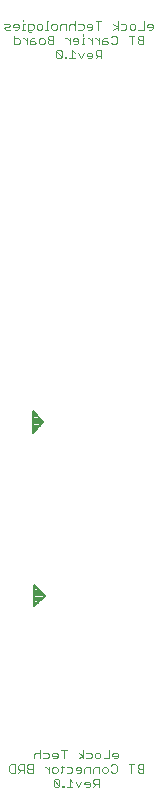
<source format=gbo>
G75*
%MOIN*%
%OFA0B0*%
%FSLAX25Y25*%
%IPPOS*%
%LPD*%
%AMOC8*
5,1,8,0,0,1.08239X$1,22.5*
%
%ADD10C,0.00400*%
%ADD11C,0.00787*%
D10*
X-0021957Y-0073571D02*
X-0021957Y-0071702D01*
X-0021490Y-0071235D01*
X-0020089Y-0071235D01*
X-0020089Y-0074038D01*
X-0021490Y-0074038D01*
X-0021957Y-0073571D01*
X-0019011Y-0074038D02*
X-0018077Y-0073104D01*
X-0018544Y-0073104D02*
X-0017142Y-0073104D01*
X-0017142Y-0074038D02*
X-0017142Y-0071235D01*
X-0018544Y-0071235D01*
X-0019011Y-0071702D01*
X-0019011Y-0072637D01*
X-0018544Y-0073104D01*
X-0016064Y-0073104D02*
X-0016064Y-0073571D01*
X-0015597Y-0074038D01*
X-0014196Y-0074038D01*
X-0014196Y-0071235D01*
X-0015597Y-0071235D01*
X-0016064Y-0071702D01*
X-0016064Y-0072170D01*
X-0015597Y-0072637D01*
X-0014196Y-0072637D01*
X-0015597Y-0072637D02*
X-0016064Y-0073104D01*
X-0013609Y-0069238D02*
X-0013609Y-0067837D01*
X-0013142Y-0067370D01*
X-0012208Y-0067370D01*
X-0011741Y-0067837D01*
X-0010662Y-0067370D02*
X-0009261Y-0067370D01*
X-0008794Y-0067837D01*
X-0008794Y-0068771D01*
X-0009261Y-0069238D01*
X-0010662Y-0069238D01*
X-0011741Y-0069238D02*
X-0011741Y-0066435D01*
X-0010195Y-0072170D02*
X-0009728Y-0072170D01*
X-0008794Y-0073104D01*
X-0008794Y-0074038D02*
X-0008794Y-0072170D01*
X-0007716Y-0072637D02*
X-0007249Y-0072170D01*
X-0006315Y-0072170D01*
X-0005848Y-0072637D01*
X-0005848Y-0073571D01*
X-0006315Y-0074038D01*
X-0007249Y-0074038D01*
X-0007716Y-0073571D01*
X-0007716Y-0072637D01*
X-0007249Y-0069238D02*
X-0006315Y-0069238D01*
X-0005847Y-0068771D01*
X-0005847Y-0067837D01*
X-0006315Y-0067370D01*
X-0007249Y-0067370D01*
X-0007716Y-0067837D01*
X-0007716Y-0068304D01*
X-0005847Y-0068304D01*
X-0004769Y-0066435D02*
X-0002901Y-0066435D01*
X-0003835Y-0066435D02*
X-0003835Y-0069238D01*
X-0004350Y-0071702D02*
X-0004350Y-0073571D01*
X-0004817Y-0074038D01*
X-0004817Y-0072170D02*
X-0003883Y-0072170D01*
X-0002805Y-0072170D02*
X-0001404Y-0072170D01*
X-0000937Y-0072637D01*
X-0000937Y-0073571D01*
X-0001404Y-0074038D01*
X-0002805Y-0074038D01*
X-0001871Y-0076035D02*
X-0001871Y-0078838D01*
X-0000937Y-0078838D02*
X-0002805Y-0078838D01*
X-0003883Y-0078838D02*
X-0004350Y-0078838D01*
X-0004350Y-0078371D01*
X-0003883Y-0078371D01*
X-0003883Y-0078838D01*
X-0005356Y-0078371D02*
X-0005356Y-0076502D01*
X-0005823Y-0076035D01*
X-0006758Y-0076035D01*
X-0007225Y-0076502D01*
X-0005356Y-0078371D01*
X-0005823Y-0078838D01*
X-0006758Y-0078838D01*
X-0007225Y-0078371D01*
X-0007225Y-0076502D01*
X-0001871Y-0076035D02*
X-0000937Y-0076970D01*
X0000142Y-0076970D02*
X0001076Y-0078838D01*
X0002010Y-0076970D01*
X0003088Y-0077437D02*
X0003088Y-0077904D01*
X0004956Y-0077904D01*
X0004956Y-0078371D02*
X0004956Y-0077437D01*
X0004489Y-0076970D01*
X0003555Y-0076970D01*
X0003088Y-0077437D01*
X0003555Y-0078838D02*
X0004489Y-0078838D01*
X0004956Y-0078371D01*
X0006035Y-0078838D02*
X0006969Y-0077904D01*
X0006502Y-0077904D02*
X0007903Y-0077904D01*
X0007903Y-0078838D02*
X0007903Y-0076035D01*
X0006502Y-0076035D01*
X0006035Y-0076502D01*
X0006035Y-0077437D01*
X0006502Y-0077904D01*
X0006035Y-0074038D02*
X0006035Y-0072637D01*
X0006502Y-0072170D01*
X0007903Y-0072170D01*
X0007903Y-0074038D01*
X0008981Y-0073571D02*
X0008981Y-0072637D01*
X0009448Y-0072170D01*
X0010382Y-0072170D01*
X0010849Y-0072637D01*
X0010849Y-0073571D01*
X0010382Y-0074038D01*
X0009448Y-0074038D01*
X0008981Y-0073571D01*
X0009472Y-0069238D02*
X0011341Y-0069238D01*
X0011341Y-0066435D01*
X0012419Y-0067837D02*
X0012419Y-0068304D01*
X0014287Y-0068304D01*
X0014287Y-0068771D02*
X0014287Y-0067837D01*
X0013820Y-0067370D01*
X0012886Y-0067370D01*
X0012419Y-0067837D01*
X0012886Y-0069238D02*
X0013820Y-0069238D01*
X0014287Y-0068771D01*
X0013329Y-0071235D02*
X0013796Y-0071702D01*
X0013796Y-0073571D01*
X0013329Y-0074038D01*
X0012395Y-0074038D01*
X0011928Y-0073571D01*
X0011928Y-0071702D02*
X0012395Y-0071235D01*
X0013329Y-0071235D01*
X0017821Y-0071235D02*
X0019689Y-0071235D01*
X0018755Y-0071235D02*
X0018755Y-0074038D01*
X0020767Y-0073571D02*
X0021234Y-0074038D01*
X0022636Y-0074038D01*
X0022636Y-0071235D01*
X0021234Y-0071235D01*
X0020767Y-0071702D01*
X0020767Y-0072170D01*
X0021234Y-0072637D01*
X0022636Y-0072637D01*
X0021234Y-0072637D02*
X0020767Y-0073104D01*
X0020767Y-0073571D01*
X0008394Y-0068771D02*
X0007927Y-0069238D01*
X0006993Y-0069238D01*
X0006526Y-0068771D01*
X0006526Y-0067837D01*
X0006993Y-0067370D01*
X0007927Y-0067370D01*
X0008394Y-0067837D01*
X0008394Y-0068771D01*
X0005447Y-0068771D02*
X0004980Y-0069238D01*
X0003579Y-0069238D01*
X0002501Y-0069238D02*
X0002501Y-0066435D01*
X0003579Y-0067370D02*
X0004980Y-0067370D01*
X0005447Y-0067837D01*
X0005447Y-0068771D01*
X0004956Y-0072170D02*
X0003555Y-0072170D01*
X0003088Y-0072637D01*
X0003088Y-0074038D01*
X0002010Y-0073571D02*
X0002010Y-0072637D01*
X0001543Y-0072170D01*
X0000609Y-0072170D01*
X0000142Y-0072637D01*
X0000142Y-0073104D01*
X0002010Y-0073104D01*
X0002010Y-0073571D02*
X0001543Y-0074038D01*
X0000609Y-0074038D01*
X0001100Y-0069238D02*
X0002501Y-0068304D01*
X0001100Y-0067370D01*
X0004956Y-0072170D02*
X0004956Y-0074038D01*
X0004343Y0164076D02*
X0005277Y0164076D01*
X0005744Y0164543D01*
X0005744Y0165477D01*
X0005277Y0165944D01*
X0004343Y0165944D01*
X0003876Y0165477D01*
X0003876Y0165010D01*
X0005744Y0165010D01*
X0006822Y0165477D02*
X0007289Y0165010D01*
X0008690Y0165010D01*
X0007756Y0165010D02*
X0006822Y0164076D01*
X0006822Y0165477D02*
X0006822Y0166411D01*
X0007289Y0166878D01*
X0008690Y0166878D01*
X0008690Y0164076D01*
X0009032Y0168876D02*
X0010433Y0168876D01*
X0010900Y0169343D01*
X0010433Y0169810D01*
X0009032Y0169810D01*
X0009032Y0170277D02*
X0009032Y0168876D01*
X0007954Y0168876D02*
X0007954Y0170744D01*
X0007954Y0169810D02*
X0007020Y0170744D01*
X0006553Y0170744D01*
X0005498Y0170744D02*
X0005498Y0168876D01*
X0005498Y0169810D02*
X0004564Y0170744D01*
X0004097Y0170744D01*
X0003043Y0170744D02*
X0002576Y0170744D01*
X0002576Y0168876D01*
X0003043Y0168876D02*
X0002109Y0168876D01*
X0001079Y0169343D02*
X0001079Y0170277D01*
X0000611Y0170744D01*
X-0000323Y0170744D01*
X-0000790Y0170277D01*
X-0000790Y0169810D01*
X0001079Y0169810D01*
X0001079Y0169343D02*
X0000611Y0168876D01*
X-0000323Y0168876D01*
X-0001868Y0168876D02*
X-0001868Y0170744D01*
X-0002802Y0170744D02*
X-0003269Y0170744D01*
X-0002802Y0170744D02*
X-0001868Y0169810D01*
X-0001083Y0166878D02*
X-0001083Y0164076D01*
X-0000149Y0164076D02*
X-0002017Y0164076D01*
X-0003096Y0164076D02*
X-0003563Y0164076D01*
X-0003563Y0164543D01*
X-0003096Y0164543D01*
X-0003096Y0164076D01*
X-0004569Y0164543D02*
X-0004569Y0166411D01*
X-0005036Y0166878D01*
X-0005970Y0166878D01*
X-0006437Y0166411D01*
X-0004569Y0164543D01*
X-0005036Y0164076D01*
X-0005970Y0164076D01*
X-0006437Y0164543D01*
X-0006437Y0166411D01*
X-0007270Y0168876D02*
X-0008671Y0168876D01*
X-0009138Y0169343D01*
X-0009138Y0169810D01*
X-0008671Y0170277D01*
X-0007270Y0170277D01*
X-0007270Y0171678D02*
X-0008671Y0171678D01*
X-0009138Y0171211D01*
X-0009138Y0170744D01*
X-0008671Y0170277D01*
X-0010216Y0170277D02*
X-0010216Y0169343D01*
X-0010684Y0168876D01*
X-0011618Y0168876D01*
X-0012085Y0169343D01*
X-0012085Y0170277D01*
X-0011618Y0170744D01*
X-0010684Y0170744D01*
X-0010216Y0170277D01*
X-0009923Y0173676D02*
X-0008989Y0173676D01*
X-0009456Y0173676D02*
X-0009456Y0176478D01*
X-0008989Y0176478D01*
X-0007911Y0175077D02*
X-0007443Y0175544D01*
X-0006509Y0175544D01*
X-0006042Y0175077D01*
X-0006042Y0174143D01*
X-0006509Y0173676D01*
X-0007443Y0173676D01*
X-0007911Y0174143D01*
X-0007911Y0175077D01*
X-0007270Y0171678D02*
X-0007270Y0168876D01*
X-0004964Y0173676D02*
X-0004964Y0175077D01*
X-0004497Y0175544D01*
X-0003096Y0175544D01*
X-0003096Y0173676D01*
X-0002017Y0173676D02*
X-0002017Y0175077D01*
X-0001550Y0175544D01*
X-0000616Y0175544D01*
X-0000149Y0175077D01*
X0000929Y0175544D02*
X0002330Y0175544D01*
X0002797Y0175077D01*
X0002797Y0174143D01*
X0002330Y0173676D01*
X0000929Y0173676D01*
X-0000149Y0173676D02*
X-0000149Y0176478D01*
X0002576Y0172145D02*
X0002576Y0171678D01*
X0004343Y0173676D02*
X0005277Y0173676D01*
X0005744Y0174143D01*
X0005744Y0175077D01*
X0005277Y0175544D01*
X0004343Y0175544D01*
X0003876Y0175077D01*
X0003876Y0174610D01*
X0005744Y0174610D01*
X0006822Y0176478D02*
X0008690Y0176478D01*
X0007756Y0176478D02*
X0007756Y0173676D01*
X0009499Y0170744D02*
X0009032Y0170277D01*
X0009499Y0170744D02*
X0010433Y0170744D01*
X0011978Y0171211D02*
X0012446Y0171678D01*
X0013380Y0171678D01*
X0013847Y0171211D01*
X0013847Y0169343D01*
X0013380Y0168876D01*
X0012446Y0168876D01*
X0011978Y0169343D01*
X0012691Y0173676D02*
X0014092Y0174610D01*
X0012691Y0175544D01*
X0014092Y0176478D02*
X0014092Y0173676D01*
X0015171Y0173676D02*
X0016572Y0173676D01*
X0017039Y0174143D01*
X0017039Y0175077D01*
X0016572Y0175544D01*
X0015171Y0175544D01*
X0018117Y0175077D02*
X0018584Y0175544D01*
X0019518Y0175544D01*
X0019985Y0175077D01*
X0019985Y0174143D01*
X0019518Y0173676D01*
X0018584Y0173676D01*
X0018117Y0174143D01*
X0018117Y0175077D01*
X0017872Y0171678D02*
X0019740Y0171678D01*
X0018806Y0171678D02*
X0018806Y0168876D01*
X0020818Y0169343D02*
X0021285Y0168876D01*
X0022686Y0168876D01*
X0022686Y0171678D01*
X0021285Y0171678D01*
X0020818Y0171211D01*
X0020818Y0170744D01*
X0021285Y0170277D01*
X0022686Y0170277D01*
X0021285Y0170277D02*
X0020818Y0169810D01*
X0020818Y0169343D01*
X0021064Y0173676D02*
X0022932Y0173676D01*
X0022932Y0176478D01*
X0024010Y0175077D02*
X0024010Y0174610D01*
X0025878Y0174610D01*
X0025878Y0175077D02*
X0025411Y0175544D01*
X0024477Y0175544D01*
X0024010Y0175077D01*
X0024477Y0173676D02*
X0025411Y0173676D01*
X0025878Y0174143D01*
X0025878Y0175077D01*
X0002797Y0165944D02*
X0001863Y0164076D01*
X0000929Y0165944D01*
X-0000149Y0165944D02*
X-0001083Y0166878D01*
X-0010953Y0174143D02*
X-0011420Y0173676D01*
X-0012354Y0173676D01*
X-0012821Y0174143D01*
X-0012821Y0175077D01*
X-0012354Y0175544D01*
X-0011420Y0175544D01*
X-0010953Y0175077D01*
X-0010953Y0174143D01*
X-0013630Y0169810D02*
X-0013163Y0169343D01*
X-0013630Y0168876D01*
X-0015031Y0168876D01*
X-0015031Y0170277D01*
X-0014564Y0170744D01*
X-0013630Y0170744D01*
X-0013630Y0169810D02*
X-0015031Y0169810D01*
X-0016110Y0169810D02*
X-0017044Y0170744D01*
X-0017511Y0170744D01*
X-0018565Y0170277D02*
X-0019032Y0170744D01*
X-0020433Y0170744D01*
X-0020433Y0171678D02*
X-0020433Y0168876D01*
X-0019032Y0168876D01*
X-0018565Y0169343D01*
X-0018565Y0170277D01*
X-0019278Y0173676D02*
X-0018811Y0174143D01*
X-0018811Y0175077D01*
X-0019278Y0175544D01*
X-0020212Y0175544D01*
X-0020679Y0175077D01*
X-0020679Y0174610D01*
X-0018811Y0174610D01*
X-0019278Y0173676D02*
X-0020212Y0173676D01*
X-0021757Y0173676D02*
X-0023158Y0173676D01*
X-0023625Y0174143D01*
X-0023158Y0174610D01*
X-0022224Y0174610D01*
X-0021757Y0175077D01*
X-0022224Y0175544D01*
X-0023625Y0175544D01*
X-0017780Y0173676D02*
X-0016846Y0173676D01*
X-0017313Y0173676D02*
X-0017313Y0175544D01*
X-0016846Y0175544D01*
X-0017313Y0176478D02*
X-0017313Y0176945D01*
X-0015768Y0175544D02*
X-0015768Y0173209D01*
X-0015301Y0172741D01*
X-0014834Y0172741D01*
X-0014367Y0173676D02*
X-0015768Y0173676D01*
X-0014367Y0173676D02*
X-0013900Y0174143D01*
X-0013900Y0175077D01*
X-0014367Y0175544D01*
X-0015768Y0175544D01*
X-0016110Y0170744D02*
X-0016110Y0168876D01*
D11*
X-0013780Y-0011417D02*
X-0010236Y-0014961D01*
X-0013780Y-0018504D01*
X-0013780Y-0011417D01*
X-0013780Y-0011789D02*
X-0013408Y-0011789D01*
X-0013780Y-0012575D02*
X-0012622Y-0012575D01*
X-0011836Y-0013361D02*
X-0013780Y-0013361D01*
X-0013780Y-0014146D02*
X-0011050Y-0014146D01*
X-0010265Y-0014932D02*
X-0013780Y-0014932D01*
X-0013780Y-0015718D02*
X-0010994Y-0015718D01*
X-0011780Y-0016504D02*
X-0013780Y-0016504D01*
X-0013780Y-0017290D02*
X-0012566Y-0017290D01*
X-0013352Y-0018076D02*
X-0013780Y-0018076D01*
X-0014173Y0039370D02*
X-0014173Y0046457D01*
X-0010630Y0042913D01*
X-0014173Y0039370D01*
X-0014173Y0040082D02*
X-0013462Y0040082D01*
X-0014173Y0040867D02*
X-0012676Y0040867D01*
X-0011890Y0041653D02*
X-0014173Y0041653D01*
X-0014173Y0042439D02*
X-0011104Y0042439D01*
X-0010942Y0043225D02*
X-0014173Y0043225D01*
X-0014173Y0044011D02*
X-0011728Y0044011D01*
X-0012514Y0044797D02*
X-0014173Y0044797D01*
X-0014173Y0045583D02*
X-0013299Y0045583D01*
X-0014085Y0046369D02*
X-0014173Y0046369D01*
M02*

</source>
